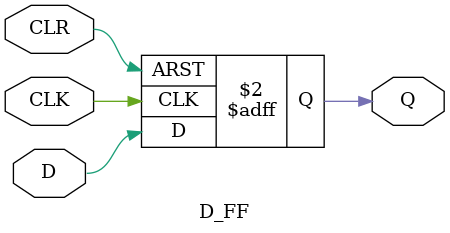
<source format=v>
module D_FF (
	input  wire D,
	input  wire CLK,
	input  wire CLR,
	output reg  Q    // The value is assigned inside an always block and declared as reg.
);

always @(posedge CLK or posedge CLR) begin // Positive-edge-triggered.
	if (CLR)
		Q <= 1'b0;
	else
		Q <= D;
end
		
endmodule
</source>
